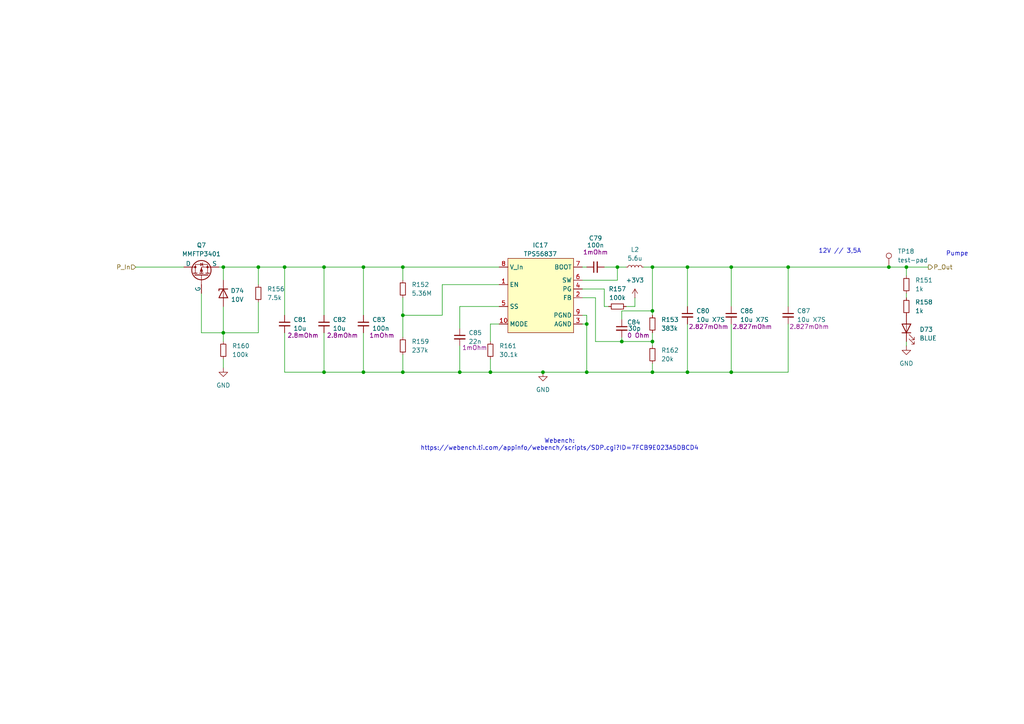
<source format=kicad_sch>
(kicad_sch (version 20231120) (generator "eeschema") (generator_version "8.0")
  (paper "A4")
  (title_block (title "PDU FT25") (date "2025-01-06") (rev "V1.1") (company "Janek Herm") (comment 1 "FaSTTUBe Electronics"))
  (lib_symbols
    (symbol "Connector:TestPoint" (pin_numbers hide) (pin_names (offset 0.762) hide)
      (property "Reference" "TP" (at 0 6.858 0))
      (property "Value" "TestPoint" (at 0 5.08 0))
      (symbol "TestPoint_0_1"
        (circle (center 0 3.302) (radius 0.762))
      )
      (symbol "TestPoint_1_1"
        (pin passive line (at 0 0 90) (length 2.54) (name "1") (number "1"))
      )
    )
    (symbol "Device:C_Small" (pin_numbers hide) (pin_names (offset 0.254) hide)
      (property "Reference" "C" (at 0.254 1.778 0))
      (property "Value" "C_Small" (at 0.254 -2.032 0))
      (symbol "C_Small_0_1"
        (polyline (pts (xy -1.524 -0.508) (xy 1.524 -0.508)) (stroke (width 0.3302)))
        (polyline (pts (xy -1.524 0.508) (xy 1.524 0.508)) (stroke (width 0.3048)))
      )
      (symbol "C_Small_1_1"
        (pin passive line (at 0 2.54 270) (length 2.032) (name "~") (number "1"))
        (pin passive line (at 0 -2.54 90) (length 2.032) (name "~") (number "2"))
      )
    )
    (symbol "Device:D_Zener" (pin_numbers hide) (pin_names (offset 1.016) hide)
      (property "Reference" "D" (at 0 2.54 0))
      (property "Value" "D_Zener" (at 0 -2.54 0))
      (symbol "D_Zener_0_1"
        (polyline (pts (xy 1.27 0) (xy -1.27 0)))
        (polyline (pts (xy -1.27 -1.27) (xy -1.27 1.27) (xy -0.762 1.27)) (stroke (width 0.254)))
        (polyline (pts (xy 1.27 -1.27) (xy 1.27 1.27) (xy -1.27 0) (xy 1.27 -1.27)) (stroke (width 0.254)))
      )
      (symbol "D_Zener_1_1"
        (pin passive line (at -3.81 0 0) (length 2.54) (name "K") (number "1"))
        (pin passive line (at 3.81 0 180) (length 2.54) (name "A") (number "2"))
      )
    )
    (symbol "Device:LED" (pin_numbers hide) (pin_names (offset 1.016) hide)
      (property "Reference" "D" (at 0 2.54 0))
      (property "Value" "LED" (at 0 -2.54 0))
      (symbol "LED_0_1"
        (polyline (pts (xy -1.27 -1.27) (xy -1.27 1.27)) (stroke (width 0.254)))
        (polyline (pts (xy -1.27 0) (xy 1.27 0)))
        (polyline (pts (xy 1.27 -1.27) (xy 1.27 1.27) (xy -1.27 0) (xy 1.27 -1.27)) (stroke (width 0.254)))
        (polyline (pts (xy -3.048 -0.762) (xy -4.572 -2.286) (xy -3.81 -2.286) (xy -4.572 -2.286) (xy -4.572 -1.524)))
        (polyline (pts (xy -1.778 -0.762) (xy -3.302 -2.286) (xy -2.54 -2.286) (xy -3.302 -2.286) (xy -3.302 -1.524)))
      )
      (symbol "LED_1_1"
        (pin passive line (at -3.81 0 0) (length 2.54) (name "K") (number "1"))
        (pin passive line (at 3.81 0 180) (length 2.54) (name "A") (number "2"))
      )
    )
    (symbol "Device:L_Small" (pin_numbers hide) (pin_names (offset 0.254) hide)
      (property "Reference" "L" (at 0.762 1.016 0))
      (property "Value" "L_Small" (at 0.762 -1.016 0))
      (symbol "L_Small_0_1"
        (arc (start 0 -2.032) (mid 0.5058 -1.524) (end 0 -1.016))
        (arc (start 0 -1.016) (mid 0.5058 -0.508) (end 0 0))
        (arc (start 0 0) (mid 0.5058 0.508) (end 0 1.016))
        (arc (start 0 1.016) (mid 0.5058 1.524) (end 0 2.032))
      )
      (symbol "L_Small_1_1"
        (pin passive line (at 0 2.54 270) (length 0.508) (name "~") (number "1"))
        (pin passive line (at 0 -2.54 90) (length 0.508) (name "~") (number "2"))
      )
    )
    (symbol "Device:R_Small" (pin_numbers hide) (pin_names (offset 0.254) hide)
      (property "Reference" "R" (at 0.762 0.508 0))
      (property "Value" "R_Small" (at 0.762 -1.016 0))
      (symbol "R_Small_0_1"
        (rectangle (start -0.762 1.778) (end 0.762 -1.778) (stroke (width 0.2032)))
      )
      (symbol "R_Small_1_1"
        (pin passive line (at 0 2.54 270) (length 0.762) (name "~") (number "1"))
        (pin passive line (at 0 -2.54 90) (length 0.762) (name "~") (number "2"))
      )
    )
    (symbol "FaSTTUBe_Voltage_Regulators:TPS56837"
      (property "Reference" "IC" (at -3.556 10.922 0))
      (property "Value" "TPS56837" (at -3.302 8.636 0))
      (symbol "TPS56837_1_1"
        (rectangle (start -12.7 7.62) (end 6.35 -13.97) (fill (type background)))
        (pin input line (at -15.24 0 0) (length 2.54) (name "EN") (number "1"))
        (pin input line (at -15.24 -11.43 0) (length 2.54) (name "MODE") (number "10"))
        (pin input line (at 8.89 -3.81 180) (length 2.54) (name "FB") (number "2"))
        (pin input line (at 8.89 -11.43 180) (length 2.54) (name "AGND") (number "3"))
        (pin input line (at 8.89 -1.27 180) (length 2.54) (name "PG") (number "4"))
        (pin input line (at -15.24 -6.35 0) (length 2.54) (name "SS") (number "5"))
        (pin input line (at 8.89 1.27 180) (length 2.54) (name "SW") (number "6"))
        (pin input line (at 8.89 5.08 180) (length 2.54) (name "BOOT") (number "7"))
        (pin input line (at -15.24 5.08 0) (length 2.54) (name "V_In") (number "8"))
        (pin input line (at 8.89 -8.89 180) (length 2.54) (name "PGND") (number "9"))
      )
    )
    (symbol "Simulation_SPICE:PMOS" (pin_numbers hide) (pin_names (offset 0))
      (property "Reference" "Q" (at 5.08 1.27 0))
      (property "Value" "PMOS" (at 5.08 -1.27 0))
      (symbol "PMOS_0_1"
        (polyline (pts (xy 0.254 0) (xy -2.54 0)))
        (polyline (pts (xy 0.254 1.905) (xy 0.254 -1.905)) (stroke (width 0.254)))
        (polyline (pts (xy 0.762 -1.27) (xy 0.762 -2.286)) (stroke (width 0.254)))
        (polyline (pts (xy 0.762 0.508) (xy 0.762 -0.508)) (stroke (width 0.254)))
        (polyline (pts (xy 0.762 2.286) (xy 0.762 1.27)) (stroke (width 0.254)))
        (polyline (pts (xy 2.54 2.54) (xy 2.54 1.778)))
        (polyline (pts (xy 2.54 -2.54) (xy 2.54 0) (xy 0.762 0)))
        (polyline (pts (xy 0.762 1.778) (xy 3.302 1.778) (xy 3.302 -1.778) (xy 0.762 -1.778)))
        (polyline (pts (xy 2.286 0) (xy 1.27 0.381) (xy 1.27 -0.381) (xy 2.286 0)) (fill (type outline)))
        (polyline (pts (xy 2.794 -0.508) (xy 2.921 -0.381) (xy 3.683 -0.381) (xy 3.81 -0.254)))
        (polyline (pts (xy 3.302 -0.381) (xy 2.921 0.254) (xy 3.683 0.254) (xy 3.302 -0.381)))
        (circle (center 1.651 0) (radius 2.794) (stroke (width 0.254)))
        (circle (center 2.54 -1.778) (radius 0.254) (fill (type outline)))
        (circle (center 2.54 1.778) (radius 0.254) (fill (type outline)))
      )
      (symbol "PMOS_1_1"
        (pin passive line (at 2.54 5.08 270) (length 2.54) (name "D") (number "1"))
        (pin input line (at -5.08 0 0) (length 2.54) (name "G") (number "2"))
        (pin passive line (at 2.54 -5.08 90) (length 2.54) (name "S") (number "3"))
      )
    )
    (symbol "power:+3.3V" (power) (pin_numbers hide) (pin_names (offset 0) hide)
      (property "Value" "+3.3V" (at 0 3.556 0))
      (symbol "+3.3V_0_1"
        (polyline (pts (xy -0.762 1.27) (xy 0 2.54)))
        (polyline (pts (xy 0 0) (xy 0 2.54)))
        (polyline (pts (xy 0 2.54) (xy 0.762 1.27)))
      )
      (symbol "+3.3V_1_1"
        (pin power_in line (at 0 0 90) (length 0) (name "~") (number "1"))
      )
    )
    (symbol "power:GND" (power) (pin_numbers hide) (pin_names (offset 0) hide)
      (property "Value" "GND" (at 0 -3.81 0))
      (symbol "GND_0_1"
        (polyline (pts (xy 0 0) (xy 0 -1.27) (xy 1.27 -1.27) (xy 0 -2.54) (xy -1.27 -1.27) (xy 0 -1.27)))
      )
      (symbol "GND_1_1"
        (pin power_in line (at 0 0 270) (length 0) (name "~") (number "1"))
      )
    )
  )
  (junction (at 170.18 107.95))
  (junction (at 93.98 107.95))
  (junction (at 212.09 77.47))
  (junction (at 64.77 96.52))
  (junction (at 189.23 107.95))
  (junction (at 74.93 77.47))
  (junction (at 133.35 107.95))
  (junction (at 189.23 77.47))
  (junction (at 180.34 99.06))
  (junction (at 105.41 77.47))
  (junction (at 199.39 107.95))
  (junction (at 179.07 77.47))
  (junction (at 157.48 107.95))
  (junction (at 105.41 107.95))
  (junction (at 257.81 77.47))
  (junction (at 64.77 77.47))
  (junction (at 189.23 99.06))
  (junction (at 262.89 77.47))
  (junction (at 93.98 77.47))
  (junction (at 228.6 77.47))
  (junction (at 189.23 90.17))
  (junction (at 116.84 91.44))
  (junction (at 212.09 107.95))
  (junction (at 142.24 107.95))
  (junction (at 170.18 93.98))
  (junction (at 199.39 77.47))
  (junction (at 116.84 107.95))
  (junction (at 116.84 77.47))
  (junction (at 82.55 77.47))
  (wire (pts (xy 93.98 77.47) (xy 105.41 77.47)))
  (wire (pts (xy 257.81 77.47) (xy 262.89 77.47)))
  (wire (pts (xy 64.77 104.14) (xy 64.77 106.68)))
  (wire (pts (xy 74.93 77.47) (xy 82.55 77.47)))
  (wire (pts (xy 144.78 88.9) (xy 133.35 88.9)))
  (wire (pts (xy 175.26 83.82) (xy 175.26 88.9)))
  (wire (pts (xy 189.23 77.47) (xy 199.39 77.47)))
  (wire (pts (xy 184.15 88.9) (xy 184.15 86.36)))
  (wire (pts (xy 170.18 93.98) (xy 170.18 107.95)))
  (wire (pts (xy 128.27 82.55) (xy 128.27 91.44)))
  (wire (pts (xy 262.89 77.47) (xy 269.24 77.47)))
  (wire (pts (xy 39.37 77.47) (xy 53.34 77.47)))
  (wire (pts (xy 74.93 77.47) (xy 74.93 82.55)))
  (wire (pts (xy 116.84 107.95) (xy 133.35 107.95)))
  (wire (pts (xy 133.35 107.95) (xy 142.24 107.95)))
  (wire (pts (xy 82.55 77.47) (xy 82.55 91.44)))
  (wire (pts (xy 186.69 77.47) (xy 189.23 77.47)))
  (wire (pts (xy 228.6 77.47) (xy 257.81 77.47)))
  (wire (pts (xy 74.93 96.52) (xy 64.77 96.52)))
  (wire (pts (xy 175.26 77.47) (xy 179.07 77.47)))
  (wire (pts (xy 199.39 77.47) (xy 199.39 88.9)))
  (wire (pts (xy 180.34 99.06) (xy 189.23 99.06)))
  (wire (pts (xy 105.41 77.47) (xy 105.41 91.44)))
  (wire (pts (xy 189.23 90.17) (xy 189.23 91.44)))
  (wire (pts (xy 105.41 107.95) (xy 116.84 107.95)))
  (wire (pts (xy 116.84 77.47) (xy 144.78 77.47)))
  (wire (pts (xy 64.77 96.52) (xy 64.77 99.06)))
  (wire (pts (xy 228.6 93.98) (xy 228.6 107.95)))
  (wire (pts (xy 228.6 77.47) (xy 228.6 88.9)))
  (wire (pts (xy 133.35 88.9) (xy 133.35 95.25)))
  (wire (pts (xy 64.77 77.47) (xy 74.93 77.47)))
  (wire (pts (xy 212.09 77.47) (xy 212.09 88.9)))
  (wire (pts (xy 93.98 107.95) (xy 105.41 107.95)))
  (wire (pts (xy 175.26 88.9) (xy 176.53 88.9)))
  (wire (pts (xy 64.77 88.9) (xy 64.77 96.52)))
  (wire (pts (xy 170.18 107.95) (xy 189.23 107.95)))
  (wire (pts (xy 189.23 77.47) (xy 189.23 90.17)))
  (wire (pts (xy 142.24 104.14) (xy 142.24 107.95)))
  (wire (pts (xy 180.34 99.06) (xy 180.34 97.79)))
  (wire (pts (xy 172.72 99.06) (xy 180.34 99.06)))
  (wire (pts (xy 189.23 105.41) (xy 189.23 107.95)))
  (wire (pts (xy 144.78 93.98) (xy 142.24 93.98)))
  (wire (pts (xy 189.23 99.06) (xy 189.23 100.33)))
  (wire (pts (xy 181.61 88.9) (xy 184.15 88.9)))
  (wire (pts (xy 180.34 90.17) (xy 180.34 92.71)))
  (wire (pts (xy 172.72 86.36) (xy 172.72 99.06)))
  (wire (pts (xy 181.61 77.47) (xy 179.07 77.47)))
  (wire (pts (xy 212.09 107.95) (xy 228.6 107.95)))
  (wire (pts (xy 116.84 77.47) (xy 116.84 81.28)))
  (wire (pts (xy 116.84 91.44) (xy 116.84 97.79)))
  (wire (pts (xy 168.91 83.82) (xy 175.26 83.82)))
  (wire (pts (xy 189.23 107.95) (xy 199.39 107.95)))
  (wire (pts (xy 128.27 91.44) (xy 116.84 91.44)))
  (wire (pts (xy 168.91 86.36) (xy 172.72 86.36)))
  (wire (pts (xy 170.18 91.44) (xy 170.18 93.98)))
  (wire (pts (xy 93.98 96.52) (xy 93.98 107.95)))
  (wire (pts (xy 144.78 82.55) (xy 128.27 82.55)))
  (wire (pts (xy 157.48 107.95) (xy 170.18 107.95)))
  (wire (pts (xy 105.41 77.47) (xy 116.84 77.47)))
  (wire (pts (xy 58.42 85.09) (xy 58.42 96.52)))
  (wire (pts (xy 168.91 91.44) (xy 170.18 91.44)))
  (wire (pts (xy 58.42 96.52) (xy 64.77 96.52)))
  (wire (pts (xy 168.91 93.98) (xy 170.18 93.98)))
  (wire (pts (xy 64.77 77.47) (xy 64.77 81.28)))
  (wire (pts (xy 116.84 86.36) (xy 116.84 91.44)))
  (wire (pts (xy 116.84 102.87) (xy 116.84 107.95)))
  (wire (pts (xy 74.93 87.63) (xy 74.93 96.52)))
  (wire (pts (xy 262.89 99.06) (xy 262.89 100.33)))
  (wire (pts (xy 199.39 93.98) (xy 199.39 107.95)))
  (wire (pts (xy 262.89 77.47) (xy 262.89 80.01)))
  (wire (pts (xy 93.98 77.47) (xy 93.98 91.44)))
  (wire (pts (xy 212.09 93.98) (xy 212.09 107.95)))
  (wire (pts (xy 133.35 100.33) (xy 133.35 107.95)))
  (wire (pts (xy 189.23 96.52) (xy 189.23 99.06)))
  (wire (pts (xy 199.39 107.95) (xy 212.09 107.95)))
  (wire (pts (xy 179.07 81.28) (xy 179.07 77.47)))
  (wire (pts (xy 82.55 96.52) (xy 82.55 107.95)))
  (wire (pts (xy 180.34 90.17) (xy 189.23 90.17)))
  (wire (pts (xy 105.41 96.52) (xy 105.41 107.95)))
  (wire (pts (xy 63.5 77.47) (xy 64.77 77.47)))
  (wire (pts (xy 262.89 85.09) (xy 262.89 86.36)))
  (wire (pts (xy 199.39 77.47) (xy 212.09 77.47)))
  (wire (pts (xy 142.24 93.98) (xy 142.24 99.06)))
  (wire (pts (xy 168.91 81.28) (xy 179.07 81.28)))
  (wire (pts (xy 168.91 77.47) (xy 170.18 77.47)))
  (wire (pts (xy 142.24 107.95) (xy 157.48 107.95)))
  (wire (pts (xy 212.09 77.47) (xy 228.6 77.47)))
  (wire (pts (xy 82.55 107.95) (xy 93.98 107.95)))
  (wire (pts (xy 82.55 77.47) (xy 93.98 77.47)))
  (text "12V // 3,5A" (at 243.586 72.898 0) (effects (font (size 1.27 1.27))))
  (text "Webench:\nhttps://webench.ti.com/appinfo/webench/scripts/SDP.cgi?ID=7FCB9E023A5DBCD4" (at 162.306 129.032 0) (effects (font (size 1.27 1.27))))
  (text "Pumpe" (at 277.622 73.66 0) (effects (font (size 1.27 1.27))))
  (hierarchical_label "P_In" (shape input) (at 39.37 77.47 180))
  (hierarchical_label "P_Out" (shape output) (at 269.24 77.47 0))
  (symbol (lib_id "Device:R_Small") (at 116.84 100.33 0) (unit 1)
    (property "Reference" "R159" (at 119.38 99.0599 0) (effects (justify left)))
    (property "Value" "237k" (at 119.38 101.5999 0) (effects (justify left)))
    (property "Footprint" "Resistor_SMD:R_0603_1608Metric" (effects (hide yes)))
    (property "Description" "Resistor, small symbol" (effects (hide yes)))
    (instances (project "FT25_PDU" (path "" (reference "R159") (unit 1)) (path "" (reference "R169") (unit 1))))
  )
  (symbol (lib_id "Device:R_Small") (at 74.93 85.09 0) (unit 1)
    (property "Reference" "R156" (at 77.47 83.8199 0) (effects (justify left)))
    (property "Value" "7.5k" (at 77.47 86.3599 0) (effects (justify left)))
    (property "Footprint" "Resistor_SMD:R_0603_1608Metric" (effects (hide yes)))
    (property "Description" "Resistor, small symbol" (effects (hide yes)))
    (instances (project "FT25_PDU" (path "" (reference "R156") (unit 1)) (path "" (reference "R166") (unit 1))))
  )
  (symbol (lib_id "Device:R_Small") (at 189.23 102.87 0) (unit 1)
    (property "Reference" "R162" (at 191.77 101.5999 0) (effects (justify left)))
    (property "Value" "20k" (at 191.77 104.1399 0) (effects (justify left)))
    (property "Footprint" "Resistor_SMD:R_0603_1608Metric" (effects (hide yes)))
    (property "Description" "Resistor, small symbol" (effects (hide yes)))
    (instances (project "FT25_PDU" (path "" (reference "R162") (unit 1)) (path "" (reference "R172") (unit 1))))
  )
  (symbol (lib_id "power:GND") (at 157.48 107.95 0) (unit 1)
    (property "Reference" "#PWR0208" (effects (hide yes)))
    (property "Value" "GND" (at 157.48 113.03 0))
    (property "Description" "Power symbol creates a global label with name \"GND\" , ground" (effects (hide yes)))
    (instances (project "FT25_PDU" (path "" (reference "#PWR0208") (unit 1)) (path "" (reference "#PWR0212") (unit 1))))
  )
  (symbol (lib_id "power:GND") (at 262.89 100.33 0) (unit 1)
    (property "Reference" "#PWR0204" (effects (hide yes)))
    (property "Value" "GND" (at 262.89 105.41 0))
    (property "Description" "Power symbol creates a global label with name \"GND\" , ground" (effects (hide yes)))
    (instances (project "FT25_PDU" (path "" (reference "#PWR0204") (unit 1)) (path "" (reference "#PWR0210") (unit 1))))
  )
  (symbol (lib_id "Simulation_SPICE:PMOS") (at 58.42 80.01 90) (unit 1)
    (property "Reference" "Q7" (at 58.42 71.12 90))
    (property "Value" "MMFTP3401" (at 58.42 73.66 90))
    (property "Footprint" "Package_TO_SOT_SMD:SOT-23" (effects (hide yes)))
    (property "Datasheet" "https://diotec.com/request/datasheet/mmftp3401.pdf" (effects (hide yes)))
    (property "Description" "P-MOSFET transistor, drain/source/gate" (effects (hide yes)))
    (property "Sim.Device" "PMOS" (effects (hide yes)))
    (property "Sim.Type" "VDMOS" (effects (hide yes)))
    (property "Sim.Pins" "1=D 2=G 3=S" (effects (hide yes)))
    (instances (project "FT25_PDU" (path "" (reference "Q7") (unit 1)) (path "" (reference "Q8") (unit 1))))
  )
  (symbol (lib_id "Device:C_Small") (at 199.39 91.44 0) (unit 1)
    (property "Reference" "C80" (at 201.93 90.1762 0) (effects (justify left)))
    (property "Value" "10u X7S" (at 201.93 92.7162 0) (effects (justify left)))
    (property "Footprint" "Capacitor_SMD:C_1210_3225Metric" (effects (hide yes)))
    (property "Description" "Unpolarized capacitor, small symbol" (effects (hide yes)))
    (property "Resistance" "2.827mOhm" (at 205.486 94.742 0))
    (instances (project "FT25_PDU" (path "" (reference "C80") (unit 1)) (path "" (reference "C89") (unit 1))))
  )
  (symbol (lib_id "Device:C_Small") (at 105.41 93.98 0) (unit 1)
    (property "Reference" "C83" (at 107.95 92.7162 0) (effects (justify left)))
    (property "Value" "100n" (at 107.95 95.2562 0) (effects (justify left)))
    (property "Footprint" "Capacitor_SMD:C_0805_2012Metric" (effects (hide yes)))
    (property "Description" "Unpolarized capacitor, small symbol" (effects (hide yes)))
    (property "Resistance" "1mOhm" (at 110.744 97.282 0))
    (instances (project "FT25_PDU" (path "" (reference "C83") (unit 1)) (path "" (reference "C94") (unit 1))))
  )
  (symbol (lib_id "Device:L_Small") (at 184.15 77.47 90) (unit 1)
    (property "Reference" "L2" (at 184.15 72.39 90))
    (property "Value" "5.6u" (at 184.15 74.93 90))
    (property "Footprint" "74439346056:74439346056" (effects (hide yes)))
    (property "Datasheet" "https://www.we-online.com/components/products/datasheet/74439346056.pdf" (effects (hide yes)))
    (property "Description" "Inductor, small symbol" (effects (hide yes)))
    (instances (project "FT25_PDU" (path "" (reference "L2") (unit 1)) (path "" (reference "L4") (unit 1))))
  )
  (symbol (lib_id "Device:LED") (at 262.89 95.25 90) (unit 1)
    (property "Reference" "D73" (at 266.7 95.5674 90) (effects (justify right)))
    (property "Value" "BLUE" (at 266.7 98.1074 90) (effects (justify right)))
    (property "Footprint" "LED_SMD:LED_0603_1608Metric" (effects (hide yes)))
    (property "Datasheet" "https://www.we-online.com/components/products/datasheet/150060BS75000.pdf" (effects (hide yes)))
    (property "Description" "Light emitting diode" (effects (hide yes)))
    (property "MPR" "150060BS75000" (effects (hide yes)))
    (instances (project "FT25_PDU" (path "" (reference "D73") (unit 1)) (path "" (reference "D75") (unit 1))))
  )
  (symbol (lib_id "Device:C_Small") (at 172.72 77.47 90) (unit 1)
    (property "Reference" "C79" (at 172.7263 69.088 90))
    (property "Value" "100n" (at 172.7263 71.12 90))
    (property "Footprint" "Capacitor_SMD:C_0603_1608Metric" (effects (hide yes)))
    (property "Description" "Unpolarized capacitor, small symbol" (effects (hide yes)))
    (property "Resistance" "1mOhm" (at 172.72 73.152 90))
    (instances (project "FT25_PDU" (path "" (reference "C79") (unit 1)) (path "" (reference "C88") (unit 1))))
  )
  (symbol (lib_id "Device:C_Small") (at 228.6 91.44 0) (unit 1)
    (property "Reference" "C87" (at 231.14 90.1762 0) (effects (justify left)))
    (property "Value" "10u X7S" (at 231.14 92.7162 0) (effects (justify left)))
    (property "Footprint" "Capacitor_SMD:C_1210_3225Metric" (effects (hide yes)))
    (property "Description" "Unpolarized capacitor, small symbol" (effects (hide yes)))
    (property "Resistance" "2.827mOhm" (at 234.696 94.742 0))
    (instances (project "FT25_PDU" (path "" (reference "C87") (unit 1)) (path "" (reference "C91") (unit 1))))
  )
  (symbol (lib_id "Device:C_Small") (at 212.09 91.44 0) (unit 1)
    (property "Reference" "C86" (at 214.63 90.1762 0) (effects (justify left)))
    (property "Value" "10u X7S" (at 214.63 92.7162 0) (effects (justify left)))
    (property "Footprint" "Capacitor_SMD:C_1210_3225Metric" (effects (hide yes)))
    (property "Description" "Unpolarized capacitor, small symbol" (effects (hide yes)))
    (property "Resistance" "2.827mOhm" (at 218.186 94.742 0))
    (instances (project "FT25_PDU" (path "" (reference "C86") (unit 1)) (path "" (reference "C90") (unit 1))))
  )
  (symbol (lib_id "Device:R_Small") (at 189.23 93.98 0) (unit 1)
    (property "Reference" "R153" (at 191.77 92.7099 0) (effects (justify left)))
    (property "Value" "383k" (at 191.77 95.2499 0) (effects (justify left)))
    (property "Footprint" "Resistor_SMD:R_0603_1608Metric" (effects (hide yes)))
    (property "Description" "Resistor, small symbol" (effects (hide yes)))
    (instances (project "FT25_PDU" (path "" (reference "R153") (unit 1)) (path "" (reference "R165") (unit 1))))
  )
  (symbol (lib_id "power:+3.3V") (at 184.15 86.36 0) (unit 1)
    (property "Reference" "#PWR0203" (effects (hide yes)))
    (property "Value" "+3V3" (at 184.15 81.28 0))
    (property "Description" "Power symbol creates a global label with name \"+3.3V\"" (effects (hide yes)))
    (instances (project "FT25_PDU" (path "" (reference "#PWR0203") (unit 1)) (path "" (reference "#PWR0209") (unit 1))))
  )
  (symbol (lib_id "FaSTTUBe_Voltage_Regulators:TPS56837") (at 160.02 82.55 0) (unit 1)
    (property "Reference" "IC17" (at 156.718 71.12 0))
    (property "Value" "TPS56837" (at 156.718 73.66 0))
    (property "Footprint" "TPS56837:TPS56837" (effects (hide yes)))
    (property "Datasheet" "https://www.ti.com/lit/ds/symlink/tps56837.pdf?ts=1731338435977" (effects (hide yes)))
    (instances (project "FT25_PDU" (path "" (reference "IC17") (unit 1)) (path "" (reference "IC18") (unit 1))))
  )
  (symbol (lib_id "Connector:TestPoint") (at 257.81 77.47 0) (unit 1)
    (property "Reference" "TP18" (at 260.35 72.8979 0) (effects (justify left)))
    (property "Value" "test-pad" (at 260.35 75.4379 0) (effects (justify left)))
    (property "Footprint" "5025:5025" (effects (hide yes)))
    (property "Description" "test point" (effects (hide yes)))
    (instances (project "FT25_PDU" (path "" (reference "TP18") (unit 1)) (path "" (reference "TP19") (unit 1))))
  )
  (symbol (lib_id "Device:C_Small") (at 82.55 93.98 0) (unit 1)
    (property "Reference" "C81" (at 85.09 92.7162 0) (effects (justify left)))
    (property "Value" "10u" (at 85.09 95.2562 0) (effects (justify left)))
    (property "Footprint" "Capacitor_SMD:C_1210_3225Metric" (effects (hide yes)))
    (property "Description" "Unpolarized capacitor, small symbol" (effects (hide yes)))
    (property "Resistance" "2.8mOhm" (at 87.884 97.282 0))
    (instances (project "FT25_PDU" (path "" (reference "C81") (unit 1)) (path "" (reference "C92") (unit 1))))
  )
  (symbol (lib_id "Device:R_Small") (at 142.24 101.6 0) (unit 1)
    (property "Reference" "R161" (at 144.78 100.3299 0) (effects (justify left)))
    (property "Value" "30.1k" (at 144.78 102.8699 0) (effects (justify left)))
    (property "Footprint" "Resistor_SMD:R_0603_1608Metric" (effects (hide yes)))
    (property "Description" "Resistor, small symbol" (effects (hide yes)))
    (instances (project "FT25_PDU" (path "" (reference "R161") (unit 1)) (path "" (reference "R171") (unit 1))))
  )
  (symbol (lib_id "Device:R_Small") (at 262.89 82.55 0) (unit 1)
    (property "Reference" "R151" (at 265.43 81.2799 0) (effects (justify left)))
    (property "Value" "1k" (at 265.43 83.8199 0) (effects (justify left)))
    (property "Footprint" "Resistor_SMD:R_0603_1608Metric" (effects (hide yes)))
    (property "Description" "Resistor, small symbol" (effects (hide yes)))
    (instances (project "FT25_PDU" (path "" (reference "R151") (unit 1)) (path "" (reference "R163") (unit 1))))
  )
  (symbol (lib_id "Device:R_Small") (at 64.77 101.6 0) (unit 1)
    (property "Reference" "R160" (at 67.31 100.3299 0) (effects (justify left)))
    (property "Value" "100k" (at 67.31 102.8699 0) (effects (justify left)))
    (property "Footprint" "Resistor_SMD:R_0603_1608Metric" (effects (hide yes)))
    (property "Description" "Resistor, small symbol" (effects (hide yes)))
    (instances (project "FT25_PDU" (path "" (reference "R160") (unit 1)) (path "" (reference "R170") (unit 1))))
  )
  (symbol (lib_id "Device:R_Small") (at 179.07 88.9 90) (unit 1)
    (property "Reference" "R157" (at 179.07 83.82 90))
    (property "Value" "100k" (at 179.07 86.36 90))
    (property "Footprint" "Resistor_SMD:R_0603_1608Metric" (effects (hide yes)))
    (property "Description" "Resistor, small symbol" (effects (hide yes)))
    (instances (project "FT25_PDU" (path "" (reference "R157") (unit 1)) (path "" (reference "R167") (unit 1))))
  )
  (symbol (lib_id "Device:R_Small") (at 116.84 83.82 0) (unit 1)
    (property "Reference" "R152" (at 119.38 82.5499 0) (effects (justify left)))
    (property "Value" "5.36M" (at 119.38 85.0899 0) (effects (justify left)))
    (property "Footprint" "Resistor_SMD:R_0603_1608Metric" (effects (hide yes)))
    (property "Description" "Resistor, small symbol" (effects (hide yes)))
    (instances (project "FT25_PDU" (path "" (reference "R152") (unit 1)) (path "" (reference "R164") (unit 1))))
  )
  (symbol (lib_id "Device:C_Small") (at 180.34 95.25 0) (unit 1)
    (property "Reference" "C84" (at 181.864 93.4782 0) (effects (justify left)))
    (property "Value" "30p" (at 182.118 95.2562 0) (effects (justify left)))
    (property "Footprint" "Capacitor_SMD:C_0603_1608Metric" (effects (hide yes)))
    (property "Description" "Unpolarized capacitor, small symbol" (effects (hide yes)))
    (property "Resistance" "0 Ohm" (at 185.166 97.282 0))
    (instances (project "FT25_PDU" (path "" (reference "C84") (unit 1)) (path "" (reference "C95") (unit 1))))
  )
  (symbol (lib_id "Device:D_Zener") (at 64.77 85.09 90) (mirror x) (unit 1)
    (property "Reference" "D74" (at 68.834 84.328 90))
    (property "Value" "10V" (at 68.834 86.868 90))
    (property "Footprint" "3SMAJ5934B-TP:DIOM5226X244N" (effects (hide yes)))
    (property "Datasheet" "https://www.mouser.de/datasheet/2/258/3SMAJ5918B_3SMAJ5956B_SMA_-3423242.pdf" (effects (hide yes)))
    (property "Description" "Zener diode" (effects (hide yes)))
    (property "MPR" "3SMAJ5925B" (effects (hide yes)))
    (instances (project "FT25_PDU" (path "" (reference "D74") (unit 1)) (path "" (reference "D72") (unit 1))))
  )
  (symbol (lib_id "power:GND") (at 64.77 106.68 0) (unit 1)
    (property "Reference" "#PWR0207" (effects (hide yes)))
    (property "Value" "GND" (at 64.77 111.76 0))
    (property "Description" "Power symbol creates a global label with name \"GND\" , ground" (effects (hide yes)))
    (instances (project "FT25_PDU" (path "" (reference "#PWR0207") (unit 1)) (path "" (reference "#PWR0211") (unit 1))))
  )
  (symbol (lib_id "Device:C_Small") (at 93.98 93.98 0) (unit 1)
    (property "Reference" "C82" (at 96.52 92.7162 0) (effects (justify left)))
    (property "Value" "10u" (at 96.52 95.2562 0) (effects (justify left)))
    (property "Footprint" "Capacitor_SMD:C_1210_3225Metric" (effects (hide yes)))
    (property "Description" "Unpolarized capacitor, small symbol" (effects (hide yes)))
    (property "Resistance" "2.8mOhm" (at 99.314 97.282 0))
    (instances (project "FT25_PDU" (path "" (reference "C82") (unit 1)) (path "" (reference "C93") (unit 1))))
  )
  (symbol (lib_id "Device:R_Small") (at 262.89 88.9 0) (unit 1)
    (property "Reference" "R158" (at 265.43 87.6299 0) (effects (justify left)))
    (property "Value" "1k" (at 265.43 90.1699 0) (effects (justify left)))
    (property "Footprint" "Resistor_SMD:R_0603_1608Metric" (effects (hide yes)))
    (property "Description" "Resistor, small symbol" (effects (hide yes)))
    (instances (project "FT25_PDU" (path "" (reference "R158") (unit 1)) (path "" (reference "R168") (unit 1))))
  )
  (symbol (lib_id "Device:C_Small") (at 133.35 97.79 0) (unit 1)
    (property "Reference" "C85" (at 135.89 96.5262 0) (effects (justify left)))
    (property "Value" "22n" (at 135.89 99.0662 0) (effects (justify left)))
    (property "Footprint" "Capacitor_SMD:C_0603_1608Metric" (effects (hide yes)))
    (property "Description" "Unpolarized capacitor, small symbol" (effects (hide yes)))
    (property "Resistance" "1mOhm" (at 137.668 100.838 0))
    (instances (project "FT25_PDU" (path "" (reference "C85") (unit 1)) (path "" (reference "C96") (unit 1))))
  )
)
</source>
